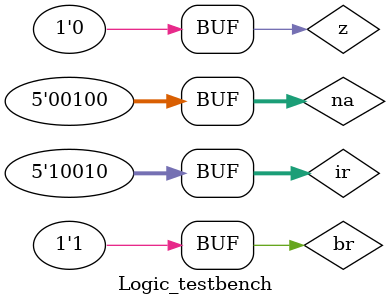
<source format=v>
`timescale 1us/10ns
module Logic_testbench();
	
	reg [4:0] na, ir;
	reg z,br;
	wire [4:0] out;
	
	Logic Logic1(z,ir,na,br,out);
	
	initial begin
		br = 1'b0; na = 5'd0; z = 1'b0; ir = 5'd3; #10;
		if(out !== na) $display("Start of FETCH1 failed");
		
		br = 1'b0; na = 5'd1; z = 1'b0; ir = 5'd3; #10;
		if(out !== na) $display("Start of FETCH2 failed");
		
		br = 1'b1; na = 5'bxxxxx; z = 1'b0; ir = 5'd19; #10;
		if(out !== ir) $display("Start of LOAD1 failed");
		
		br = 1'b0; na = 5'd20; z = 1'b0; ir = 5'd19; #10;
		if(out !== na) $display("Start of LOAD2 failed");
		
		br = 1'b0; na = 5'd0; z = 1'b0; ir = 5'd19; #10;
		if(out !== na) $display("Start of FETCH1 failed");
		
		br = 1'b0; na = 5'd1; z = 1'b0; ir = 5'd19; #10;
		if(out !== na) $display("Start of FETCH2 failed");
		
		br = 1'b1; na = 5'bxxxxx; z = 1'b0; ir = 5'd17; #10;
		if(out !== ir) $display("Start of SUB1 failed");
		
		br = 1'b0; na = 5'd0; z = 1'b0; ir = 5'd21; #10;
		if(out !== na) $display("Start of FETCH1 failed");
		
		br = 1'b0; na = 5'd1; z = 1'b0; ir = 5'd21; #10;
		if(out !== na) $display("Start of FETCH2 failed");
		
		br = 1'b1; na = 5'bxxxxx; z = 1'b0; ir = 5'd9; #10;
		if(out !== ir) $display("Start of JMPNZY1 failed");
		
		br = 1'b1; na = 5'bxxxxx; z = 1'b1; ir = 5'd9; #10;
		if(out !== 5'd11) $display("Start of JMPNZN1 failed");
		
		br = 1'b0; na = 5'd11; z = 1'b1; ir = 5'd10; #10;
		if(out == na) $display("Next address check even if z=1 and br=0");
		
		br = 1'b1; na = 5'bxxxxx; z = 1'b1; ir = 5'd18; #10;
		if(out == ir) $display("Ignoring z flag when instruction is not JMPNZ");
		
		br = 1'b1; na = 5'd4; z = 1'b1; ir = 5'd18; #10;
		if(out == ir) $display("Random test - na shouldn't be taken as next address");
		
		br = 1'b1; na = 5'd4; z = 1'b0; ir = 5'd18; #10;
		if(out == ir) $display("Random test - na shouldn't be taken as next address");
		
	end

endmodule

/* 

FETCH1
FETCH2
LOAD1
LOAD2
LOAD3
FETCH1
FETCH2
SUB1
FETCH1
FETCH2
JMPNZY1
FETCH1
FETCH2
SUB1
FETCH1
FETCH2
JMPNZN1
SOMETHING RANDOM

*/
</source>
